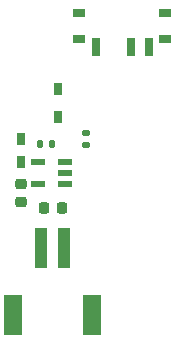
<source format=gbp>
G04 #@! TF.GenerationSoftware,KiCad,Pcbnew,9.0.6*
G04 #@! TF.CreationDate,2025-12-20T18:09:35+05:30*
G04 #@! TF.ProjectId,BloodHound_VENOM_LiPo,426c6f6f-6448-46f7-956e-645f56454e4f,1*
G04 #@! TF.SameCoordinates,Original*
G04 #@! TF.FileFunction,Paste,Bot*
G04 #@! TF.FilePolarity,Positive*
%FSLAX46Y46*%
G04 Gerber Fmt 4.6, Leading zero omitted, Abs format (unit mm)*
G04 Created by KiCad (PCBNEW 9.0.6) date 2025-12-20 18:09:35*
%MOMM*%
%LPD*%
G01*
G04 APERTURE LIST*
G04 Aperture macros list*
%AMRoundRect*
0 Rectangle with rounded corners*
0 $1 Rounding radius*
0 $2 $3 $4 $5 $6 $7 $8 $9 X,Y pos of 4 corners*
0 Add a 4 corners polygon primitive as box body*
4,1,4,$2,$3,$4,$5,$6,$7,$8,$9,$2,$3,0*
0 Add four circle primitives for the rounded corners*
1,1,$1+$1,$2,$3*
1,1,$1+$1,$4,$5*
1,1,$1+$1,$6,$7*
1,1,$1+$1,$8,$9*
0 Add four rect primitives between the rounded corners*
20,1,$1+$1,$2,$3,$4,$5,0*
20,1,$1+$1,$4,$5,$6,$7,0*
20,1,$1+$1,$6,$7,$8,$9,0*
20,1,$1+$1,$8,$9,$2,$3,0*%
G04 Aperture macros list end*
%ADD10RoundRect,0.225000X0.225000X0.250000X-0.225000X0.250000X-0.225000X-0.250000X0.225000X-0.250000X0*%
%ADD11R,1.160000X0.490000*%
%ADD12R,1.180000X0.490000*%
%ADD13R,1.000000X0.800000*%
%ADD14R,0.700000X1.500000*%
%ADD15RoundRect,0.135000X-0.185000X0.135000X-0.185000X-0.135000X0.185000X-0.135000X0.185000X0.135000X0*%
%ADD16R,0.700000X1.000000*%
%ADD17R,0.750000X1.000000*%
%ADD18R,1.000000X3.500000*%
%ADD19R,1.500000X3.500000*%
%ADD20RoundRect,0.135000X-0.135000X-0.185000X0.135000X-0.185000X0.135000X0.185000X-0.135000X0.185000X0*%
%ADD21RoundRect,0.225000X-0.250000X0.225000X-0.250000X-0.225000X0.250000X-0.225000X0.250000X0.225000X0*%
G04 APERTURE END LIST*
D10*
X135550000Y-83500000D03*
X134000000Y-83500000D03*
D11*
X135815000Y-79550000D03*
X135815000Y-80500000D03*
X135815000Y-81450000D03*
D12*
X133515000Y-81450000D03*
X133515000Y-79550000D03*
D13*
X137000000Y-66970000D03*
X137000000Y-69180000D03*
X144300000Y-66970000D03*
X144300000Y-69180000D03*
D14*
X138400000Y-69830000D03*
X141400000Y-69830000D03*
X142900000Y-69830000D03*
D15*
X137600000Y-77090000D03*
X137600000Y-78110000D03*
D16*
X132100000Y-79600000D03*
X132100000Y-77600000D03*
D17*
X135200000Y-75770000D03*
X135200000Y-73430000D03*
D18*
X135750000Y-86850000D03*
X133750000Y-86850000D03*
D19*
X131400000Y-92550000D03*
X138100000Y-92550000D03*
D20*
X133690000Y-78100000D03*
X134710000Y-78100000D03*
D21*
X132100000Y-81425000D03*
X132100000Y-82975000D03*
M02*

</source>
